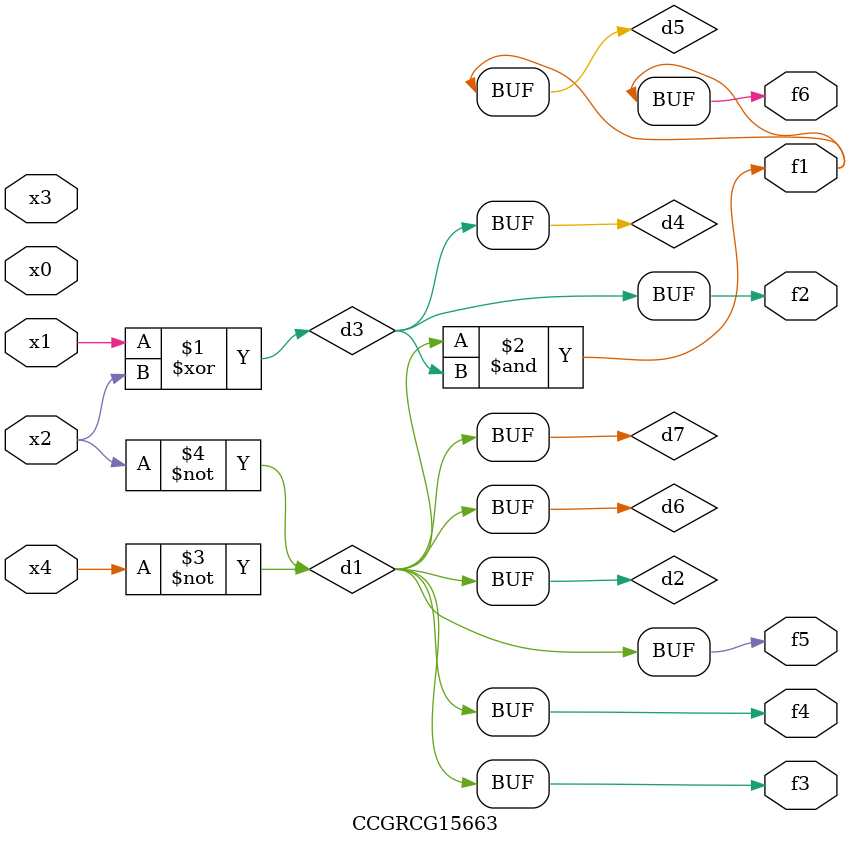
<source format=v>
module CCGRCG15663(
	input x0, x1, x2, x3, x4,
	output f1, f2, f3, f4, f5, f6
);

	wire d1, d2, d3, d4, d5, d6, d7;

	not (d1, x4);
	not (d2, x2);
	xor (d3, x1, x2);
	buf (d4, d3);
	and (d5, d1, d3);
	buf (d6, d1, d2);
	buf (d7, d2);
	assign f1 = d5;
	assign f2 = d4;
	assign f3 = d7;
	assign f4 = d7;
	assign f5 = d7;
	assign f6 = d5;
endmodule

</source>
